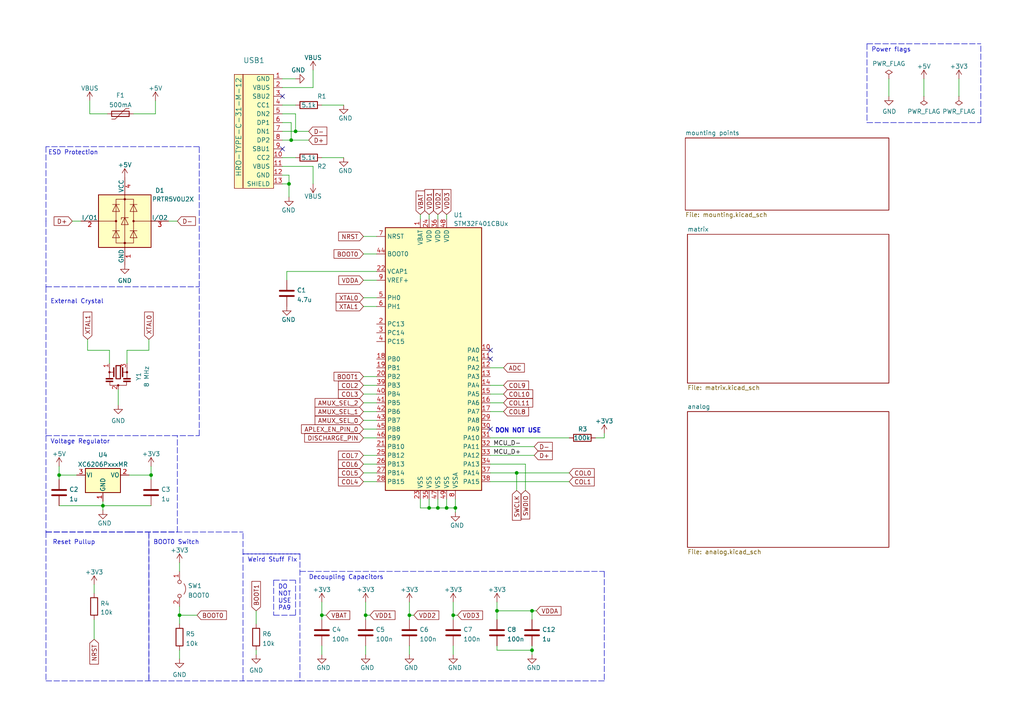
<source format=kicad_sch>
(kicad_sch (version 20211123) (generator eeschema)
  (paper "A4")
  (title_block (title "Copre") (date "2022-10-09") (rev "1") (company "Cipulot PCB Design ") (comment 1 "WTFPL") (comment 2 "Cipulot"))
  (lib_symbols
    (symbol "Device:C" (pin_numbers hide) (pin_names (offset 0.254))
      (property "Reference" "C" (at 0.635 2.54 0))
      (property "Value" "C" (at 0.635 -2.54 0))
      (symbol "C_0_1"
        (polyline (pts (xy -2.032 -0.762) (xy 2.032 -0.762)) (stroke (width 0.508)))
        (polyline (pts (xy -2.032 0.762) (xy 2.032 0.762)) (stroke (width 0.508)))
      )
      (symbol "C_1_1"
        (pin passive line (at 0 3.81 270) (length 2.794) (name "~") (number "1"))
        (pin passive line (at 0 -3.81 90) (length 2.794) (name "~") (number "2"))
      )
    )
    (symbol "Device:Polyfuse" (pin_numbers hide) (pin_names (offset 0))
      (property "Reference" "F" (at -2.54 0 90))
      (property "Value" "Polyfuse" (at 2.54 0 90))
      (symbol "Polyfuse_0_1"
        (rectangle (start -0.762 2.54) (end 0.762 -2.54) (stroke (width 0.254)))
        (polyline (pts (xy 0 2.54) (xy 0 -2.54)))
        (polyline (pts (xy -1.524 2.54) (xy -1.524 1.524) (xy 1.524 -1.524) (xy 1.524 -2.54)))
      )
      (symbol "Polyfuse_1_1"
        (pin passive line (at 0 3.81 270) (length 1.27) (name "~") (number "1"))
        (pin passive line (at 0 -3.81 90) (length 1.27) (name "~") (number "2"))
      )
    )
    (symbol "Device:R" (pin_numbers hide) (pin_names (offset 0))
      (property "Reference" "R" (at 2.032 0 90))
      (property "Value" "R" (at 0 0 90))
      (symbol "R_0_1"
        (rectangle (start -1.016 -2.54) (end 1.016 2.54) (stroke (width 0.254)))
      )
      (symbol "R_1_1"
        (pin passive line (at 0 3.81 270) (length 1.27) (name "~") (number "1"))
        (pin passive line (at 0 -3.81 90) (length 1.27) (name "~") (number "2"))
      )
    )
    (symbol "Device:Resonator_Small" (pin_names (offset 1.016) hide)
      (property "Reference" "Y" (at 3.175 1.905 0))
      (property "Value" "Resonator_Small" (at 3.175 0 0))
      (symbol "Resonator_Small_0_1"
        (rectangle (start -3.556 -2.54) (end -1.524 -2.794) (fill (type outline)))
        (rectangle (start -3.556 -1.778) (end -1.524 -2.032) (fill (type outline)))
        (circle (center -2.54 0) (radius 0.254) (fill (type outline)))
        (rectangle (start -0.635 1.905) (end 0.635 -1.905) (stroke (width 0.3048)))
        (circle (center 0 -3.81) (radius 0.254) (fill (type outline)))
        (polyline (pts (xy -2.54 -1.778) (xy -2.54 0)))
        (polyline (pts (xy -2.54 0) (xy -1.397 0)))
        (polyline (pts (xy -2.54 1.27) (xy -2.54 0)))
        (polyline (pts (xy -1.27 -1.27) (xy -1.27 1.27)) (stroke (width 0.381)))
        (polyline (pts (xy 1.27 -1.27) (xy 1.27 1.27)) (stroke (width 0.381)))
        (polyline (pts (xy 1.27 0) (xy 2.54 0)))
        (polyline (pts (xy 2.54 0) (xy 2.54 -1.778)))
        (polyline (pts (xy 2.54 1.27) (xy 2.54 0)))
        (polyline (pts (xy 2.413 -2.794) (xy 2.413 -3.81) (xy -2.413 -3.81) (xy -2.413 -2.667)))
        (rectangle (start 1.524 -2.54) (end 3.556 -2.794) (fill (type outline)))
        (rectangle (start 1.524 -1.778) (end 3.556 -2.032) (fill (type outline)))
        (circle (center 2.54 0) (radius 0.254) (fill (type outline)))
      )
      (symbol "Resonator_Small_1_1"
        (pin passive line (at -2.54 2.54 270) (length 1.27) (name "1") (number "1"))
        (pin passive line (at 0 -5.08 90) (length 1.27) (name "2") (number "2"))
        (pin passive line (at 2.54 2.54 270) (length 1.27) (name "3") (number "3"))
      )
    )
    (symbol "Jumper:Jumper_2_Open" (pin_names (offset 0) hide)
      (property "Reference" "JP" (at 0 2.794 0))
      (property "Value" "Jumper_2_Open" (at 0 -2.286 0))
      (symbol "Jumper_2_Open_0_0"
        (circle (center -2.032 0) (radius 0.508))
        (circle (center 2.032 0) (radius 0.508))
      )
      (symbol "Jumper_2_Open_0_1"
        (arc (start 1.524 1.27) (mid 0 1.778) (end -1.524 1.27))
      )
      (symbol "Jumper_2_Open_1_1"
        (pin passive line (at -5.08 0 0) (length 2.54) (name "A") (number "1"))
        (pin passive line (at 5.08 0 180) (length 2.54) (name "B") (number "2"))
      )
    )
    (symbol "MCU_ST_STM32F4:STM32F401CBUx"
      (property "Reference" "U" (at -15.24 39.37 0))
      (property "Value" "STM32F401CBUx" (at 5.08 39.37 0))
      (symbol "STM32F401CBUx_0_1"
        (rectangle (start -15.24 -38.1) (end 12.7 38.1) (stroke (width 0.254)) (fill (type background)))
      )
      (symbol "STM32F401CBUx_1_1"
        (pin power_in line (at -5.08 40.64 270) (length 2.54) (name "VBAT") (number "1"))
        (pin bidirectional line (at 15.24 2.54 180) (length 2.54) (name "PA0") (number "10"))
        (pin bidirectional line (at 15.24 0 180) (length 2.54) (name "PA1") (number "11"))
        (pin bidirectional line (at 15.24 -2.54 180) (length 2.54) (name "PA2") (number "12"))
        (pin bidirectional line (at 15.24 -5.08 180) (length 2.54) (name "PA3") (number "13"))
        (pin bidirectional line (at 15.24 -7.62 180) (length 2.54) (name "PA4") (number "14"))
        (pin bidirectional line (at 15.24 -10.16 180) (length 2.54) (name "PA5") (number "15"))
        (pin bidirectional line (at 15.24 -12.7 180) (length 2.54) (name "PA6") (number "16"))
        (pin bidirectional line (at 15.24 -15.24 180) (length 2.54) (name "PA7") (number "17"))
        (pin bidirectional line (at -17.78 0 0) (length 2.54) (name "PB0") (number "18"))
        (pin bidirectional line (at -17.78 -2.54 0) (length 2.54) (name "PB1") (number "19"))
        (pin bidirectional line (at -17.78 10.16 0) (length 2.54) (name "PC13") (number "2"))
        (pin bidirectional line (at -17.78 -5.08 0) (length 2.54) (name "PB2") (number "20"))
        (pin bidirectional line (at -17.78 -25.4 0) (length 2.54) (name "PB10") (number "21"))
        (pin power_in line (at -17.78 25.4 0) (length 2.54) (name "VCAP1") (number "22"))
        (pin power_in line (at -5.08 -40.64 90) (length 2.54) (name "VSS") (number "23"))
        (pin power_in line (at -2.54 40.64 270) (length 2.54) (name "VDD") (number "24"))
        (pin bidirectional line (at -17.78 -27.94 0) (length 2.54) (name "PB12") (number "25"))
        (pin bidirectional line (at -17.78 -30.48 0) (length 2.54) (name "PB13") (number "26"))
        (pin bidirectional line (at -17.78 -33.02 0) (length 2.54) (name "PB14") (number "27"))
        (pin bidirectional line (at -17.78 -35.56 0) (length 2.54) (name "PB15") (number "28"))
        (pin bidirectional line (at 15.24 -17.78 180) (length 2.54) (name "PA8") (number "29"))
        (pin bidirectional line (at -17.78 7.62 0) (length 2.54) (name "PC14") (number "3"))
        (pin bidirectional line (at 15.24 -20.32 180) (length 2.54) (name "PA9") (number "30"))
        (pin bidirectional line (at 15.24 -22.86 180) (length 2.54) (name "PA10") (number "31"))
        (pin bidirectional line (at 15.24 -25.4 180) (length 2.54) (name "PA11") (number "32"))
        (pin bidirectional line (at 15.24 -27.94 180) (length 2.54) (name "PA12") (number "33"))
        (pin bidirectional line (at 15.24 -30.48 180) (length 2.54) (name "PA13") (number "34"))
        (pin power_in line (at -2.54 -40.64 90) (length 2.54) (name "VSS") (number "35"))
        (pin power_in line (at 0 40.64 270) (length 2.54) (name "VDD") (number "36"))
        (pin bidirectional line (at 15.24 -33.02 180) (length 2.54) (name "PA14") (number "37"))
        (pin bidirectional line (at 15.24 -35.56 180) (length 2.54) (name "PA15") (number "38"))
        (pin bidirectional line (at -17.78 -7.62 0) (length 2.54) (name "PB3") (number "39"))
        (pin bidirectional line (at -17.78 5.08 0) (length 2.54) (name "PC15") (number "4"))
        (pin bidirectional line (at -17.78 -10.16 0) (length 2.54) (name "PB4") (number "40"))
        (pin bidirectional line (at -17.78 -12.7 0) (length 2.54) (name "PB5") (number "41"))
        (pin bidirectional line (at -17.78 -15.24 0) (length 2.54) (name "PB6") (number "42"))
        (pin bidirectional line (at -17.78 -17.78 0) (length 2.54) (name "PB7") (number "43"))
        (pin input line (at -17.78 30.48 0) (length 2.54) (name "BOOT0") (number "44"))
        (pin bidirectional line (at -17.78 -20.32 0) (length 2.54) (name "PB8") (number "45"))
        (pin bidirectional line (at -17.78 -22.86 0) (length 2.54) (name "PB9") (number "46"))
        (pin power_in line (at 0 -40.64 90) (length 2.54) (name "VSS") (number "47"))
        (pin power_in line (at 2.54 40.64 270) (length 2.54) (name "VDD") (number "48"))
        (pin power_in line (at 2.54 -40.64 90) (length 2.54) (name "VSS") (number "49"))
        (pin input line (at -17.78 17.78 0) (length 2.54) (name "PH0") (number "5"))
        (pin input line (at -17.78 15.24 0) (length 2.54) (name "PH1") (number "6"))
        (pin input line (at -17.78 35.56 0) (length 2.54) (name "NRST") (number "7"))
        (pin power_in line (at 5.08 -40.64 90) (length 2.54) (name "VSSA") (number "8"))
        (pin power_in line (at -17.78 22.86 0) (length 2.54) (name "VREF+") (number "9"))
      )
    )
    (symbol "Power_Protection:PRTR5V0U2X" (pin_names (offset 0))
      (property "Reference" "D" (at 2.794 8.636 0))
      (property "Value" "PRTR5V0U2X" (at 8.128 -9.398 0))
      (symbol "PRTR5V0U2X_0_1"
        (rectangle (start -7.62 -7.62) (end 7.62 7.62) (stroke (width 0.254)) (fill (type background)))
        (circle (center -2.54 0) (radius 0.254) (fill (type outline)))
        (rectangle (start -2.54 6.35) (end 2.54 -6.35))
        (circle (center 0 -6.35) (radius 0.254) (fill (type outline)))
        (polyline (pts (xy -2.54 0) (xy -7.62 0)))
        (polyline (pts (xy -1.524 -2.794) (xy -3.556 -2.794)))
        (polyline (pts (xy -1.524 4.826) (xy -3.556 4.826)))
        (polyline (pts (xy 0 -7.62) (xy 0 7.62)))
        (polyline (pts (xy 1.524 -2.794) (xy 3.556 -2.794)))
        (polyline (pts (xy 1.524 4.826) (xy 3.556 4.826)))
        (polyline (pts (xy 2.54 0) (xy 7.62 0)))
        (polyline (pts (xy 1.016 1.016) (xy -1.016 1.016) (xy -1.016 0.508)))
        (polyline (pts (xy -3.556 -4.826) (xy -1.524 -4.826) (xy -2.54 -2.794) (xy -3.556 -4.826)))
        (polyline (pts (xy -3.556 2.794) (xy -1.524 2.794) (xy -2.54 4.826) (xy -3.556 2.794)))
        (polyline (pts (xy -1.016 -1.016) (xy 1.016 -1.016) (xy 0 1.016) (xy -1.016 -1.016)))
        (polyline (pts (xy 3.556 -4.826) (xy 1.524 -4.826) (xy 2.54 -2.794) (xy 3.556 -4.826)))
        (polyline (pts (xy 3.556 2.794) (xy 1.524 2.794) (xy 2.54 4.826) (xy 3.556 2.794)))
        (circle (center 0 6.35) (radius 0.254) (fill (type outline)))
        (circle (center 2.54 0) (radius 0.254) (fill (type outline)))
      )
      (symbol "PRTR5V0U2X_1_1"
        (pin passive line (at 0 -12.7 90) (length 5.08) (name "GND") (number "1"))
        (pin passive line (at -12.7 0 0) (length 5.08) (name "I/O1") (number "2"))
        (pin passive line (at 12.7 0 180) (length 5.08) (name "I/O2") (number "3"))
        (pin passive line (at 0 12.7 270) (length 5.08) (name "VCC") (number "4"))
      )
    )
    (symbol "Regulator_Linear:XC6206PxxxMR" (pin_names (offset 0.254))
      (property "Reference" "U" (at -3.81 3.175 0))
      (property "Value" "XC6206PxxxMR" (at 0 3.175 0))
      (symbol "XC6206PxxxMR_0_1"
        (rectangle (start -5.08 1.905) (end 5.08 -5.08) (stroke (width 0.254)) (fill (type background)))
      )
      (symbol "XC6206PxxxMR_1_1"
        (pin power_in line (at 0 -7.62 90) (length 2.54) (name "GND") (number "1"))
        (pin power_out line (at 7.62 0 180) (length 2.54) (name "VO") (number "2"))
        (pin power_in line (at -7.62 0 0) (length 2.54) (name "VI") (number "3"))
      )
    )
    (symbol "cipulot_parts:HRO-TYPE-C-31-M-12" (pin_names (offset 1.016))
      (property "Reference" "USB" (at -5.08 16.51 0))
      (property "Value" "HRO-TYPE-C-31-M-12" (at -10.16 -1.27 90))
      (symbol "HRO-TYPE-C-31-M-12_0_1"
        (rectangle (start -11.43 15.24) (end -8.89 -17.78) (fill (type background)))
        (rectangle (start 0 -17.78) (end -8.89 15.24) (fill (type background)))
      )
      (symbol "HRO-TYPE-C-31-M-12_1_1"
        (pin input line (at 2.54 13.97 180) (length 2.54) (name "GND") (number "1"))
        (pin input line (at 2.54 -8.89 180) (length 2.54) (name "CC2") (number "10"))
        (pin input line (at 2.54 -11.43 180) (length 2.54) (name "VBUS") (number "11"))
        (pin input line (at 2.54 -13.97 180) (length 2.54) (name "GND") (number "12"))
        (pin input line (at 2.54 -16.51 180) (length 2.54) (name "SHIELD") (number "13"))
        (pin input line (at 2.54 11.43 180) (length 2.54) (name "VBUS") (number "2"))
        (pin input line (at 2.54 8.89 180) (length 2.54) (name "SBU2") (number "3"))
        (pin input line (at 2.54 6.35 180) (length 2.54) (name "CC1") (number "4"))
        (pin input line (at 2.54 3.81 180) (length 2.54) (name "DN2") (number "5"))
        (pin input line (at 2.54 1.27 180) (length 2.54) (name "DP1") (number "6"))
        (pin input line (at 2.54 -1.27 180) (length 2.54) (name "DN1") (number "7"))
        (pin input line (at 2.54 -3.81 180) (length 2.54) (name "DP2") (number "8"))
        (pin input line (at 2.54 -6.35 180) (length 2.54) (name "SBU1") (number "9"))
      )
    )
    (symbol "power:+3.3V" (power) (pin_names (offset 0))
      (property "Value" "+3.3V" (at 0 3.556 0))
      (symbol "+3.3V_0_1"
        (polyline (pts (xy -0.762 1.27) (xy 0 2.54)))
        (polyline (pts (xy 0 0) (xy 0 2.54)))
        (polyline (pts (xy 0 2.54) (xy 0.762 1.27)))
      )
      (symbol "+3.3V_1_1"
        (pin power_in line (at 0 0 90) (length 0) hide (name "+3V3") (number "1"))
      )
    )
    (symbol "power:+5V" (power) (pin_names (offset 0))
      (property "Value" "+5V" (at 0 3.556 0))
      (symbol "+5V_0_1"
        (polyline (pts (xy -0.762 1.27) (xy 0 2.54)))
        (polyline (pts (xy 0 0) (xy 0 2.54)))
        (polyline (pts (xy 0 2.54) (xy 0.762 1.27)))
      )
      (symbol "+5V_1_1"
        (pin power_in line (at 0 0 90) (length 0) hide (name "+5V") (number "1"))
      )
    )
    (symbol "power:GND" (power) (pin_names (offset 0))
      (property "Value" "GND" (at 0 -3.81 0))
      (symbol "GND_0_1"
        (polyline (pts (xy 0 0) (xy 0 -1.27) (xy 1.27 -1.27) (xy 0 -2.54) (xy -1.27 -1.27) (xy 0 -1.27)))
      )
      (symbol "GND_1_1"
        (pin power_in line (at 0 0 270) (length 0) hide (name "GND") (number "1"))
      )
    )
    (symbol "power:PWR_FLAG" (power) (pin_numbers hide) (pin_names (offset 0) hide)
      (property "Value" "PWR_FLAG" (at 0 3.81 0))
      (symbol "PWR_FLAG_0_0"
        (pin power_out line (at 0 0 90) (length 0) (name "pwr") (number "1"))
      )
      (symbol "PWR_FLAG_0_1"
        (polyline (pts (xy 0 0) (xy 0 1.27) (xy -1.016 1.905) (xy 0 2.54) (xy 1.016 1.905) (xy 0 1.27)))
      )
    )
    (symbol "power:VBUS" (power) (pin_names (offset 0))
      (property "Value" "VBUS" (at 0 3.81 0))
      (symbol "VBUS_0_1"
        (polyline (pts (xy -0.762 1.27) (xy 0 2.54)))
        (polyline (pts (xy 0 0) (xy 0 2.54)))
        (polyline (pts (xy 0 2.54) (xy 0.762 1.27)))
      )
      (symbol "VBUS_1_1"
        (pin power_in line (at 0 0 90) (length 0) hide (name "VBUS") (number "1"))
      )
    )
  )
  (junction (at 144.145 177.165))
  (junction (at 129.54 147.32))
  (junction (at 132.08 147.32))
  (junction (at 106.045 178.435))
  (junction (at 85.725 38.1))
  (junction (at 154.305 188.595))
  (junction (at 43.815 137.795))
  (junction (at 29.845 146.685))
  (junction (at 83.82 53.34))
  (junction (at 84.455 40.64))
  (junction (at 127 147.32))
  (junction (at 149.86 137.16))
  (junction (at 17.145 137.795))
  (junction (at 154.305 177.165))
  (junction (at 93.345 178.435))
  (junction (at 124.46 147.32))
  (junction (at 52.07 178.435))
  (junction (at 118.745 178.435))
  (junction (at 131.445 178.435))
  (no_connect (at 142.24 124.46))
  (no_connect (at 81.915 43.18))
  (no_connect (at 81.915 27.94))
  (no_connect (at 142.24 101.6))
  (no_connect (at 142.24 104.14))
  (wire (pts (xy 165.1 139.7) (xy 142.24 139.7)))
  (wire (pts (xy 81.915 35.56) (xy 84.455 35.56)))
  (wire (pts (xy 132.08 148.59) (xy 132.08 147.32)))
  (polyline (pts (xy 13.335 83.185) (xy 13.335 126.365)))
  (polyline (pts (xy 79.375 168.275) (xy 85.725 168.275)))
  (wire (pts (xy 74.295 188.595) (xy 74.295 189.865)))
  (polyline (pts (xy 43.18 154.305) (xy 43.18 197.485)))
  (polyline (pts (xy 57.785 42.545) (xy 13.335 42.545)))
  (wire (pts (xy 29.845 145.415) (xy 29.845 146.685)))
  (wire (pts (xy 142.24 106.68) (xy 146.05 106.68)))
  (wire (pts (xy 152.4 142.24) (xy 152.4 134.62)))
  (wire (pts (xy 105.41 124.46) (xy 109.22 124.46)))
  (wire (pts (xy 118.745 179.705) (xy 118.745 178.435)))
  (wire (pts (xy 124.46 147.32) (xy 127 147.32)))
  (wire (pts (xy 74.295 177.165) (xy 74.295 180.975)))
  (polyline (pts (xy 175.26 165.735) (xy 175.26 197.485)))
  (polyline (pts (xy 86.995 160.655) (xy 86.995 197.485)))
  (wire (pts (xy 154.305 177.165) (xy 154.305 179.705)))
  (polyline (pts (xy 13.335 154.305) (xy 13.335 197.485)))
  (wire (pts (xy 85.725 33.02) (xy 85.725 38.1)))
  (wire (pts (xy 17.145 135.255) (xy 17.145 137.795)))
  (wire (pts (xy 154.305 188.595) (xy 154.305 189.865)))
  (polyline (pts (xy 57.785 83.185) (xy 57.785 42.545)))
  (wire (pts (xy 144.145 188.595) (xy 154.305 188.595)))
  (wire (pts (xy 81.915 45.72) (xy 85.725 45.72)))
  (wire (pts (xy 105.41 132.08) (xy 109.22 132.08)))
  (wire (pts (xy 27.305 169.545) (xy 27.305 172.085)))
  (wire (pts (xy 154.305 177.165) (xy 155.575 177.165)))
  (wire (pts (xy 105.41 139.7) (xy 109.22 139.7)))
  (wire (pts (xy 81.915 22.86) (xy 85.725 22.86)))
  (wire (pts (xy 142.24 129.54) (xy 154.94 129.54)))
  (polyline (pts (xy 251.46 35.56) (xy 284.48 35.56)))
  (wire (pts (xy 118.745 178.435) (xy 120.015 178.435)))
  (wire (pts (xy 129.54 63.5) (xy 129.54 62.23)))
  (wire (pts (xy 278.13 22.86) (xy 278.13 27.94)))
  (wire (pts (xy 142.24 111.76) (xy 146.05 111.76)))
  (wire (pts (xy 142.24 134.62) (xy 152.4 134.62)))
  (wire (pts (xy 105.41 111.76) (xy 109.22 111.76)))
  (wire (pts (xy 81.915 38.1) (xy 85.725 38.1)))
  (wire (pts (xy 43.18 98.425) (xy 43.18 101.6)))
  (wire (pts (xy 105.41 86.36) (xy 109.22 86.36)))
  (wire (pts (xy 81.915 25.4) (xy 90.805 25.4)))
  (wire (pts (xy 105.41 137.16) (xy 109.22 137.16)))
  (wire (pts (xy 106.045 179.705) (xy 106.045 178.435)))
  (polyline (pts (xy 85.725 178.435) (xy 85.725 168.275)))
  (polyline (pts (xy 79.375 168.275) (xy 79.375 178.435)))
  (wire (pts (xy 38.735 33.02) (xy 45.085 33.02)))
  (wire (pts (xy 149.86 137.16) (xy 149.86 142.24)))
  (wire (pts (xy 17.145 146.685) (xy 29.845 146.685)))
  (wire (pts (xy 90.805 25.4) (xy 90.805 20.32)))
  (wire (pts (xy 121.92 63.5) (xy 121.92 62.23)))
  (wire (pts (xy 149.86 137.16) (xy 165.1 137.16)))
  (wire (pts (xy 26.035 29.21) (xy 26.035 33.02)))
  (wire (pts (xy 106.045 187.325) (xy 106.045 189.865)))
  (wire (pts (xy 93.345 178.435) (xy 93.345 179.705)))
  (wire (pts (xy 34.29 113.03) (xy 34.29 117.475)))
  (polyline (pts (xy 86.995 165.735) (xy 175.26 165.735)))
  (wire (pts (xy 124.46 63.5) (xy 124.46 62.23)))
  (wire (pts (xy 142.24 132.08) (xy 154.94 132.08)))
  (wire (pts (xy 85.725 38.1) (xy 89.535 38.1)))
  (polyline (pts (xy 70.485 197.485) (xy 70.485 154.305)))
  (wire (pts (xy 25.4 98.425) (xy 25.4 101.6)))
  (wire (pts (xy 36.83 105.41) (xy 36.83 101.6)))
  (wire (pts (xy 93.345 187.325) (xy 93.345 189.865)))
  (wire (pts (xy 52.07 178.435) (xy 52.07 180.975)))
  (wire (pts (xy 144.145 174.625) (xy 144.145 177.165)))
  (wire (pts (xy 20.955 64.135) (xy 23.495 64.135)))
  (wire (pts (xy 106.045 174.625) (xy 106.045 178.435)))
  (wire (pts (xy 267.97 22.86) (xy 267.97 27.94)))
  (polyline (pts (xy 79.375 178.435) (xy 85.725 178.435)))
  (polyline (pts (xy 13.335 154.305) (xy 37.465 154.305)))
  (wire (pts (xy 105.41 127) (xy 109.22 127)))
  (polyline (pts (xy 13.335 42.545) (xy 13.335 64.135)))
  (wire (pts (xy 127 144.78) (xy 127 147.32)))
  (wire (pts (xy 146.05 116.84) (xy 142.24 116.84)))
  (wire (pts (xy 83.185 78.74) (xy 83.185 81.28)))
  (wire (pts (xy 36.83 101.6) (xy 43.18 101.6)))
  (wire (pts (xy 124.46 144.78) (xy 124.46 147.32)))
  (wire (pts (xy 17.145 137.795) (xy 22.225 137.795)))
  (polyline (pts (xy 43.18 197.485) (xy 43.18 154.305)))
  (wire (pts (xy 129.54 147.32) (xy 132.08 147.32)))
  (wire (pts (xy 37.465 137.795) (xy 43.815 137.795)))
  (polyline (pts (xy 86.995 197.485) (xy 70.485 197.485)))
  (wire (pts (xy 175.26 127) (xy 175.26 125.73)))
  (wire (pts (xy 52.07 175.895) (xy 52.07 178.435)))
  (wire (pts (xy 131.445 178.435) (xy 131.445 179.705)))
  (wire (pts (xy 257.81 22.86) (xy 257.81 27.94)))
  (wire (pts (xy 29.845 146.685) (xy 29.845 147.955)))
  (wire (pts (xy 90.805 48.26) (xy 90.805 53.34)))
  (wire (pts (xy 81.915 33.02) (xy 85.725 33.02)))
  (polyline (pts (xy 51.435 154.305) (xy 51.435 126.365)))
  (wire (pts (xy 43.815 135.255) (xy 43.815 137.795)))
  (wire (pts (xy 144.145 177.165) (xy 154.305 177.165)))
  (wire (pts (xy 83.82 53.34) (xy 81.915 53.34)))
  (wire (pts (xy 105.41 114.3) (xy 109.22 114.3)))
  (wire (pts (xy 45.085 33.02) (xy 45.085 29.21)))
  (wire (pts (xy 43.815 137.795) (xy 43.815 139.065)))
  (wire (pts (xy 105.41 119.38) (xy 109.22 119.38)))
  (wire (pts (xy 172.72 127) (xy 175.26 127)))
  (wire (pts (xy 31.75 101.6) (xy 31.75 105.41)))
  (wire (pts (xy 27.305 179.705) (xy 27.305 185.42)))
  (wire (pts (xy 118.745 187.325) (xy 118.745 189.865)))
  (wire (pts (xy 81.915 40.64) (xy 84.455 40.64)))
  (wire (pts (xy 52.07 163.195) (xy 52.07 165.735)))
  (polyline (pts (xy 251.46 12.7) (xy 251.46 35.56)))
  (wire (pts (xy 17.145 137.795) (xy 17.145 139.065)))
  (polyline (pts (xy 13.335 126.365) (xy 13.335 154.305)))
  (wire (pts (xy 146.05 114.3) (xy 142.24 114.3)))
  (wire (pts (xy 142.24 127) (xy 165.1 127)))
  (wire (pts (xy 127 147.32) (xy 129.54 147.32)))
  (polyline (pts (xy 13.335 154.305) (xy 37.465 154.305)))
  (wire (pts (xy 105.41 121.92) (xy 109.22 121.92)))
  (wire (pts (xy 83.82 50.8) (xy 83.82 53.34)))
  (wire (pts (xy 105.41 134.62) (xy 109.22 134.62)))
  (wire (pts (xy 94.615 178.435) (xy 93.345 178.435)))
  (polyline (pts (xy 70.485 160.655) (xy 86.995 160.655)))
  (wire (pts (xy 109.22 78.74) (xy 83.185 78.74)))
  (wire (pts (xy 144.145 187.325) (xy 144.145 188.595)))
  (wire (pts (xy 121.92 144.78) (xy 121.92 147.32)))
  (wire (pts (xy 84.455 40.64) (xy 89.535 40.64)))
  (wire (pts (xy 105.41 68.58) (xy 109.22 68.58)))
  (wire (pts (xy 121.92 147.32) (xy 124.46 147.32)))
  (wire (pts (xy 81.915 50.8) (xy 83.82 50.8)))
  (polyline (pts (xy 37.465 197.485) (xy 70.485 197.485)))
  (wire (pts (xy 105.41 73.66) (xy 109.22 73.66)))
  (polyline (pts (xy 175.26 197.485) (xy 86.995 197.485)))
  (wire (pts (xy 106.045 178.435) (xy 107.315 178.435)))
  (wire (pts (xy 93.345 30.48) (xy 99.695 30.48)))
  (wire (pts (xy 129.54 144.78) (xy 129.54 147.32)))
  (wire (pts (xy 25.4 101.6) (xy 31.75 101.6)))
  (wire (pts (xy 109.22 81.28) (xy 105.41 81.28)))
  (wire (pts (xy 52.07 188.595) (xy 52.07 191.135)))
  (wire (pts (xy 146.05 119.38) (xy 142.24 119.38)))
  (polyline (pts (xy 13.335 197.485) (xy 37.465 197.485)))
  (polyline (pts (xy 57.785 126.365) (xy 57.785 83.185)))
  (wire (pts (xy 131.445 178.435) (xy 132.715 178.435)))
  (wire (pts (xy 93.345 45.72) (xy 99.695 45.72)))
  (wire (pts (xy 81.915 30.48) (xy 85.725 30.48)))
  (wire (pts (xy 118.745 174.625) (xy 118.745 178.435)))
  (polyline (pts (xy 13.335 126.365) (xy 57.785 126.365)))
  (wire (pts (xy 131.445 174.625) (xy 131.445 178.435)))
  (wire (pts (xy 127 63.5) (xy 127 62.23)))
  (polyline (pts (xy 251.46 12.7) (xy 284.48 12.7)))
  (wire (pts (xy 105.41 88.9) (xy 109.22 88.9)))
  (polyline (pts (xy 13.335 83.185) (xy 57.785 83.185)))
  (polyline (pts (xy 37.465 154.305) (xy 51.435 154.305)))
  (wire (pts (xy 48.895 64.135) (xy 51.435 64.135)))
  (polyline (pts (xy 284.48 35.56) (xy 284.48 12.7)))
  (polyline (pts (xy 37.465 154.305) (xy 70.485 154.305)))
  (wire (pts (xy 83.82 53.34) (xy 83.82 57.15)))
  (wire (pts (xy 105.41 109.22) (xy 109.22 109.22)))
  (wire (pts (xy 144.145 179.705) (xy 144.145 177.165)))
  (wire (pts (xy 105.41 116.84) (xy 109.22 116.84)))
  (wire (pts (xy 131.445 187.325) (xy 131.445 189.865)))
  (polyline (pts (xy 86.995 160.655) (xy 70.485 160.655)))
  (wire (pts (xy 29.845 146.685) (xy 43.815 146.685)))
  (wire (pts (xy 26.035 33.02) (xy 31.115 33.02)))
  (wire (pts (xy 132.08 144.78) (xy 132.08 147.32)))
  (wire (pts (xy 142.24 137.16) (xy 149.86 137.16)))
  (wire (pts (xy 93.345 174.625) (xy 93.345 178.435)))
  (wire (pts (xy 52.07 178.435) (xy 57.15 178.435)))
  (polyline (pts (xy 13.335 64.135) (xy 13.335 83.185)))
  (wire (pts (xy 84.455 35.56) (xy 84.455 40.64)))
  (wire (pts (xy 154.305 187.325) (xy 154.305 188.595)))
  (wire (pts (xy 81.915 48.26) (xy 90.805 48.26)))
  (text "DO\nNOT\nUSE\nPA9\n" (at 80.645 177.165 0) (effects (font (size 1.27 1.27)) (justify left bottom)))
  (text "Voltage Regulator" (at 14.605 128.905 0) (effects (font (size 1.27 1.27)) (justify left bottom)))
  (text "DON NOT USE" (at 143.51 125.73 0) (effects (font (size 1.27 1.27) (thickness 0.254) bold) (justify left bottom)))
  (text "BOOT0 Switch" (at 44.45 158.115 0) (effects (font (size 1.27 1.27)) (justify left bottom)))
  (text "External Crystal\n" (at 14.605 88.265 0) (effects (font (size 1.27 1.27)) (justify left bottom)))
  (text "Weird Stuff FIx" (at 71.755 163.195 0) (effects (font (size 1.27 1.27)) (justify left bottom)))
  (text "Decoupling Capacitors" (at 89.535 168.275 0) (effects (font (size 1.27 1.27)) (justify left bottom)))
  (text "Power flags\n" (at 252.73 15.24 0) (effects (font (size 1.27 1.27)) (justify left bottom)))
  (text "ESD Protection\n" (at 13.97 45.085 0) (effects (font (size 1.27 1.27)) (justify left bottom)))
  (text "Reset Pullup" (at 15.24 158.115 0) (effects (font (size 1.27 1.27)) (justify left bottom)))
  (label "MCU_D+" (at 151.13 132.08 180))
  (label "MCU_D-" (at 151.13 129.54 180))
  (global_label "COL5" (shape input) (at 105.41 137.16 180) (property "Intersheet References" "${INTERSHEET_REFS}" (effects hide)))
  (global_label "VDD3" (shape input) (at 132.715 178.435 0) (property "Intersheet References" "${INTERSHEET_REFS}" (effects hide)))
  (global_label "SWCLK" (shape input) (at 149.86 142.24 270) (property "Intersheet References" "${INTERSHEET_REFS}" (effects hide)))
  (global_label "D-" (shape input) (at 89.535 38.1 0) (property "Intersheet References" "${INTERSHEET_REFS}" (effects hide)))
  (global_label "VBAT" (shape input) (at 94.615 178.435 0) (property "Intersheet References" "${INTERSHEET_REFS}" (effects hide)))
  (global_label "COL1" (shape input) (at 165.1 139.7 0) (property "Intersheet References" "${INTERSHEET_REFS}" (effects hide)))
  (global_label "AMUX_SEL_0" (shape input) (at 105.41 121.92 180) (property "Intersheet References" "${INTERSHEET_REFS}" (effects hide)))
  (global_label "BOOT0" (shape input) (at 57.15 178.435 0) (property "Intersheet References" "${INTERSHEET_REFS}" (effects hide)))
  (global_label "DISCHARGE_PIN" (shape input) (at 105.41 127 180) (property "Intersheet References" "${INTERSHEET_REFS}" (effects hide)))
  (global_label "COL9" (shape input) (at 146.05 111.76 0) (property "Intersheet References" "${INTERSHEET_REFS}" (effects hide)))
  (global_label "D+" (shape input) (at 20.955 64.135 180) (property "Intersheet References" "${INTERSHEET_REFS}" (effects hide)))
  (global_label "COL8" (shape input) (at 146.05 119.38 0) (property "Intersheet References" "${INTERSHEET_REFS}" (effects hide)))
  (global_label "VDD2" (shape input) (at 120.015 178.435 0) (property "Intersheet References" "${INTERSHEET_REFS}" (effects hide)))
  (global_label "COL10" (shape input) (at 146.05 114.3 0) (property "Intersheet References" "${INTERSHEET_REFS}" (effects hide)))
  (global_label "XTAL1" (shape input) (at 25.4 98.425 90) (property "Intersheet References" "${INTERSHEET_REFS}" (effects hide)))
  (global_label "VDD1" (shape input) (at 107.315 178.435 0) (property "Intersheet References" "${INTERSHEET_REFS}" (effects hide)))
  (global_label "SWDIO" (shape input) (at 152.4 142.24 270) (property "Intersheet References" "${INTERSHEET_REFS}" (effects hide)))
  (global_label "BOOT1" (shape input) (at 105.41 109.22 180) (property "Intersheet References" "${INTERSHEET_REFS}" (effects hide)))
  (global_label "D+" (shape input) (at 154.94 132.08 0) (property "Intersheet References" "${INTERSHEET_REFS}" (effects hide)))
  (global_label "NRST" (shape input) (at 105.41 68.58 180) (property "Intersheet References" "${INTERSHEET_REFS}" (effects hide)))
  (global_label "COL2" (shape input) (at 105.41 111.76 180) (property "Intersheet References" "${INTERSHEET_REFS}" (effects hide)))
  (global_label "COL6" (shape input) (at 105.41 134.62 180) (property "Intersheet References" "${INTERSHEET_REFS}" (effects hide)))
  (global_label "VDD1" (shape input) (at 124.46 62.23 90) (property "Intersheet References" "${INTERSHEET_REFS}" (effects hide)))
  (global_label "COL7" (shape input) (at 105.41 132.08 180) (property "Intersheet References" "${INTERSHEET_REFS}" (effects hide)))
  (global_label "XTAL1" (shape input) (at 105.41 88.9 180) (property "Intersheet References" "${INTERSHEET_REFS}" (effects hide)))
  (global_label "VDDA" (shape input) (at 155.575 177.165 0) (property "Intersheet References" "${INTERSHEET_REFS}" (effects hide)))
  (global_label "APLEX_EN_PIN_0" (shape input) (at 105.41 124.46 180) (property "Intersheet References" "${INTERSHEET_REFS}" (effects hide)))
  (global_label "VDD2" (shape input) (at 127 62.23 90) (property "Intersheet References" "${INTERSHEET_REFS}" (effects hide)))
  (global_label "XTAL0" (shape input) (at 43.18 98.425 90) (property "Intersheet References" "${INTERSHEET_REFS}" (effects hide)))
  (global_label "D+" (shape input) (at 89.535 40.64 0) (property "Intersheet References" "${INTERSHEET_REFS}" (effects hide)))
  (global_label "BOOT1" (shape input) (at 74.295 177.165 90) (property "Intersheet References" "${INTERSHEET_REFS}" (effects hide)))
  (global_label "VDDA" (shape input) (at 105.41 81.28 180) (property "Intersheet References" "${INTERSHEET_REFS}" (effects hide)))
  (global_label "NRST" (shape input) (at 27.305 185.42 270) (property "Intersheet References" "${INTERSHEET_REFS}" (effects hide)))
  (global_label "COL11" (shape input) (at 146.05 116.84 0) (property "Intersheet References" "${INTERSHEET_REFS}" (effects hide)))
  (global_label "D-" (shape input) (at 154.94 129.54 0) (property "Intersheet References" "${INTERSHEET_REFS}" (effects hide)))
  (global_label "COL0" (shape input) (at 165.1 137.16 0) (property "Intersheet References" "${INTERSHEET_REFS}" (effects hide)))
  (global_label "ADC" (shape input) (at 146.05 106.68 0) (property "Intersheet References" "${INTERSHEET_REFS}" (effects hide)))
  (global_label "VDD3" (shape input) (at 129.54 62.23 90) (property "Intersheet References" "${INTERSHEET_REFS}" (effects hide)))
  (global_label "XTAL0" (shape input) (at 105.41 86.36 180) (property "Intersheet References" "${INTERSHEET_REFS}" (effects hide)))
  (global_label "VBAT" (shape input) (at 121.92 62.23 90) (property "Intersheet References" "${INTERSHEET_REFS}" (effects hide)))
  (global_label "COL4" (shape input) (at 105.41 139.7 180) (property "Intersheet References" "${INTERSHEET_REFS}" (effects hide)))
  (global_label "AMUX_SEL_2" (shape input) (at 105.41 116.84 180) (property "Intersheet References" "${INTERSHEET_REFS}" (effects hide)))
  (global_label "BOOT0" (shape input) (at 105.41 73.66 180) (property "Intersheet References" "${INTERSHEET_REFS}" (effects hide)))
  (global_label "AMUX_SEL_1" (shape input) (at 105.41 119.38 180) (property "Intersheet References" "${INTERSHEET_REFS}" (effects hide)))
  (global_label "COL3" (shape input) (at 105.41 114.3 180) (property "Intersheet References" "${INTERSHEET_REFS}" (effects hide)))
  (global_label "D-" (shape input) (at 51.435 64.135 0) (property "Intersheet References" "${INTERSHEET_REFS}" (effects hide)))
  (symbol (lib_id "power:PWR_FLAG") (at 257.81 22.86 0) (unit 1)
    (property "Reference" "#FLG01" (effects hide))
    (property "Value" "PWR_FLAG" (at 257.81 18.4658 0))
  )
  (symbol (lib_id "power:GND") (at 132.08 148.59 0) (unit 1)
    (property "Reference" "#PWR020" (effects hide))
    (property "Value" "GND" (at 134.62 152.4 0) (effects (justify right)))
  )
  (symbol (lib_id "Device:C") (at 17.145 142.875 0) (unit 1)
    (property "Reference" "C2" (at 20.066 141.9665 0) (effects (justify left)))
    (property "Value" "1u" (at 20.066 144.7416 0) (effects (justify left)))
    (property "Footprint" "Capacitor_SMD:C_0402_1005Metric" (effects hide))
    (property "LCSC" "C52923" (effects hide))
  )
  (symbol (lib_id "power:+3.3V") (at 118.745 174.625 0) (unit 1)
    (property "Reference" "#PWR025" (effects hide))
    (property "Value" "+3.3V" (at 118.745 171.0205 0))
  )
  (symbol (lib_id "power:GND") (at 99.695 45.72 0) (unit 1)
    (property "Reference" "#PWR09" (effects hide))
    (property "Value" "GND" (at 102.235 49.53 0) (effects (justify right)))
  )
  (symbol (lib_id "Device:R") (at 52.07 184.785 0) (unit 1)
    (property "Reference" "R5" (at 53.848 183.8765 0) (effects (justify left)))
    (property "Value" "10k" (at 53.848 186.6516 0) (effects (justify left)))
    (property "Footprint" "Resistor_SMD:R_0402_1005Metric" (effects hide))
    (property "LCSC" "C25744" (effects hide))
  )
  (symbol (lib_id "power:+3.3V") (at 131.445 174.625 0) (unit 1)
    (property "Reference" "#PWR026" (effects hide))
    (property "Value" "+3.3V" (at 131.445 171.0205 0))
  )
  (symbol (lib_id "Device:C") (at 144.145 183.515 0) (unit 1)
    (property "Reference" "C8" (at 147.066 182.6065 0) (effects (justify left)))
    (property "Value" "100n" (at 147.066 185.3816 0) (effects (justify left)))
    (property "Footprint" "Capacitor_SMD:C_0402_1005Metric" (effects hide))
    (property "LCSC" "C307331" (effects hide))
  )
  (symbol (lib_id "Device:R") (at 74.295 184.785 180) (unit 1)
    (property "Reference" "R6" (at 76.073 183.8765 0) (effects (justify right)))
    (property "Value" "10k" (at 76.073 186.6516 0) (effects (justify right)))
    (property "Footprint" "Resistor_SMD:R_0402_1005Metric" (effects hide))
    (property "LCSC" "C25744" (effects hide))
  )
  (symbol (lib_id "power:GND") (at 83.185 88.9 0) (unit 1)
    (property "Reference" "#PWR014" (effects hide))
    (property "Value" "GND" (at 85.725 92.71 0) (effects (justify right)))
  )
  (symbol (lib_id "MCU_ST_STM32F4:STM32F401CBUx") (at 127 104.14 0) (unit 1)
    (property "Reference" "U1" (at 131.5594 62.3402 0) (effects (justify left)))
    (property "Value" "STM32F401CBUx" (at 131.5594 64.8771 0) (effects (justify left)))
    (property "Footprint" "Package_DFN_QFN:QFN-48-1EP_7x7mm_P0.5mm_EP5.6x5.6mm" (effects hide))
    (property "Datasheet" "http://www.st.com/st-web-ui/static/active/en/resource/technical/document/datasheet/DM00086815.pdf" (effects hide))
    (property "LCSC" "C118825" (effects hide))
  )
  (symbol (lib_id "power:+5V") (at 267.97 22.86 0) (unit 1)
    (property "Reference" "#PWR03" (effects hide))
    (property "Value" "+5V" (at 267.97 19.2555 0))
  )
  (symbol (lib_id "power:+5V") (at 45.085 29.21 0) (unit 1)
    (property "Reference" "#PWR07" (effects hide))
    (property "Value" "+5V" (at 45.085 25.6055 0))
  )
  (symbol (lib_id "cipulot_parts:HRO-TYPE-C-31-M-12") (at 79.375 36.83 0) (unit 1)
    (property "Reference" "USB1" (at 73.66 17.5059 0) (effects (font (size 1.524 1.524))))
    (property "Value" "HRO-TYPE-C-31-M-12" (at 69.215 36.83 90) (effects (font (size 1.524 1.524))))
    (property "Footprint" "cipulot_parts:HRO-TYPE-C-31-M-12-Assembly" (effects hide))
  )
  (symbol (lib_id "Device:R") (at 89.535 30.48 270) (unit 1)
    (property "Reference" "R1" (at 93.345 27.94 90))
    (property "Value" "5.1k" (at 89.535 30.48 90))
    (property "Footprint" "Resistor_SMD:R_0402_1005Metric" (effects hide))
    (property "LCSC" "C25905" (effects hide))
  )
  (symbol (lib_id "Device:Polyfuse") (at 34.925 33.02 270) (unit 1)
    (property "Reference" "F1" (at 34.925 27.6565 90))
    (property "Value" "500mA" (at 34.925 30.4316 90))
    (property "Footprint" "Fuse:Fuse_0603_1608Metric" (effects hide))
    (property "LCSC" "C720073" (effects hide))
  )
  (symbol (lib_id "Power_Protection:PRTR5V0U2X") (at 36.195 64.135 0) (unit 1)
    (property "Reference" "D1" (at 46.355 55.245 0))
    (property "Value" "PRTR5V0U2X" (at 50.165 57.785 0))
    (property "Footprint" "Package_TO_SOT_SMD:SOT-143" (effects hide))
    (property "Datasheet" "https://assets.nexperia.com/documents/data-sheet/PRTR5V0U2X.pdf" (effects hide))
    (property "LCSC" "C2827688" (effects hide))
  )
  (symbol (lib_id "Device:C") (at 106.045 183.515 0) (unit 1)
    (property "Reference" "C5" (at 108.966 182.6065 0) (effects (justify left)))
    (property "Value" "100n" (at 108.966 185.3816 0) (effects (justify left)))
    (property "Footprint" "Capacitor_SMD:C_0402_1005Metric" (effects hide))
    (property "LCSC" "C307331" (effects hide))
  )
  (symbol (lib_id "power:GND") (at 99.695 30.48 0) (unit 1)
    (property "Reference" "#PWR08" (effects hide))
    (property "Value" "GND" (at 102.235 34.29 0) (effects (justify right)))
  )
  (symbol (lib_id "power:GND") (at 29.845 147.955 0) (unit 1)
    (property "Reference" "#PWR019" (effects hide))
    (property "Value" "GND" (at 32.385 151.765 0) (effects (justify right)))
  )
  (symbol (lib_id "power:GND") (at 85.725 22.86 90) (unit 1)
    (property "Reference" "#PWR02" (effects hide))
    (property "Value" "GND" (at 84.455 20.32 90) (effects (justify right)))
  )
  (symbol (lib_id "power:+3.3V") (at 52.07 163.195 0) (unit 1)
    (property "Reference" "#PWR021" (effects hide))
    (property "Value" "+3.3V" (at 52.07 159.5905 0))
  )
  (symbol (lib_id "power:GND") (at 36.195 76.835 0) (unit 1)
    (property "Reference" "#PWR013" (effects hide))
    (property "Value" "GND" (at 36.195 81.3975 0))
  )
  (symbol (lib_id "Device:C") (at 93.345 183.515 0) (unit 1)
    (property "Reference" "C4" (at 96.266 182.6065 0) (effects (justify left)))
    (property "Value" "100n" (at 96.266 185.3816 0) (effects (justify left)))
    (property "Footprint" "Capacitor_SMD:C_0402_1005Metric" (effects hide))
    (property "LCSC" "C307331" (effects hide))
  )
  (symbol (lib_id "power:+3.3V") (at 278.13 22.86 0) (unit 1)
    (property "Reference" "#PWR04" (effects hide))
    (property "Value" "+3.3V" (at 278.13 19.2555 0))
  )
  (symbol (lib_id "power:VBUS") (at 90.805 20.32 0) (unit 1)
    (property "Reference" "#PWR01" (effects hide))
    (property "Value" "VBUS" (at 90.805 16.7155 0))
  )
  (symbol (lib_id "power:GND") (at 257.81 27.94 0) (unit 1)
    (property "Reference" "#PWR05" (effects hide))
    (property "Value" "GND" (at 257.937 32.3342 0))
  )
  (symbol (lib_id "Device:C") (at 131.445 183.515 0) (unit 1)
    (property "Reference" "C7" (at 134.366 182.6065 0) (effects (justify left)))
    (property "Value" "100n" (at 134.366 185.3816 0) (effects (justify left)))
    (property "Footprint" "Capacitor_SMD:C_0402_1005Metric" (effects hide))
    (property "LCSC" "C307331" (effects hide))
  )
  (symbol (lib_id "Device:C") (at 83.185 85.09 0) (unit 1)
    (property "Reference" "C1" (at 86.106 84.1815 0) (effects (justify left)))
    (property "Value" "4.7u" (at 86.106 86.9566 0) (effects (justify left)))
    (property "Footprint" "Capacitor_SMD:C_0402_1005Metric" (effects hide))
    (property "LCSC" "C23733" (effects hide))
  )
  (symbol (lib_id "Device:R") (at 27.305 175.895 0) (unit 1)
    (property "Reference" "R4" (at 29.083 175.0603 0) (effects (justify left)))
    (property "Value" "10k" (at 29.083 177.5972 0) (effects (justify left)))
    (property "Footprint" "Resistor_SMD:R_0402_1005Metric" (effects hide))
    (property "LCSC" "C25744" (effects hide))
  )
  (symbol (lib_id "power:+3.3V") (at 27.305 169.545 0) (unit 1)
    (property "Reference" "#PWR022" (effects hide))
    (property "Value" "+3.3V" (at 27.305 165.9405 0))
  )
  (symbol (lib_id "power:GND") (at 74.295 189.865 0) (unit 1)
    (property "Reference" "#PWR028" (effects hide))
    (property "Value" "GND" (at 74.295 194.4275 0))
  )
  (symbol (lib_id "power:GND") (at 52.07 191.135 0) (unit 1)
    (property "Reference" "#PWR040" (effects hide))
    (property "Value" "GND" (at 52.07 195.6975 0))
  )
  (symbol (lib_id "power:+3.3V") (at 144.145 174.625 0) (unit 1)
    (property "Reference" "#PWR027" (effects hide))
    (property "Value" "+3.3V" (at 144.145 171.0205 0))
  )
  (symbol (lib_id "power:+5V") (at 36.195 51.435 0) (unit 1)
    (property "Reference" "#PWR010" (effects hide))
    (property "Value" "+5V" (at 36.195 47.8305 0))
  )
  (symbol (lib_id "Regulator_Linear:XC6206PxxxMR") (at 29.845 137.795 0) (unit 1)
    (property "Reference" "U4" (at 29.845 131.9235 0))
    (property "Value" "XC6206PxxxMR" (at 29.845 134.6986 0))
    (property "Footprint" "Package_TO_SOT_SMD:SOT-23" (effects hide))
    (property "Datasheet" "https://www.torexsemi.com/file/xc6206/XC6206.pdf" (effects hide))
    (property "LCSC" "C5446" (effects hide))
  )
  (symbol (lib_id "power:PWR_FLAG") (at 278.13 27.94 180) (unit 1)
    (property "Reference" "#FLG03" (effects hide))
    (property "Value" "PWR_FLAG" (at 278.13 32.3342 0))
  )
  (symbol (lib_id "Device:R") (at 168.91 127 90) (unit 1)
    (property "Reference" "R3" (at 167.64 124.46 90) (effects (justify right)))
    (property "Value" "100k" (at 166.37 127 90) (effects (justify right)))
    (property "Footprint" "Resistor_SMD:R_0402_1005Metric" (effects hide))
    (property "LCSC" "C25741" (effects hide))
  )
  (symbol (lib_id "power:GND") (at 131.445 189.865 0) (unit 1)
    (property "Reference" "#PWR032" (effects hide))
    (property "Value" "GND" (at 133.985 193.675 0) (effects (justify right)))
  )
  (symbol (lib_id "power:+5V") (at 17.145 135.255 0) (unit 1)
    (property "Reference" "#PWR017" (effects hide))
    (property "Value" "+5V" (at 17.145 131.6505 0))
  )
  (symbol (lib_id "power:PWR_FLAG") (at 267.97 27.94 180) (unit 1)
    (property "Reference" "#FLG02" (effects hide))
    (property "Value" "PWR_FLAG" (at 267.97 32.3342 0))
  )
  (symbol (lib_id "power:VBUS") (at 26.035 29.21 0) (unit 1)
    (property "Reference" "#PWR06" (effects hide))
    (property "Value" "VBUS" (at 26.035 25.6055 0))
  )
  (symbol (lib_id "Device:C") (at 43.815 142.875 0) (unit 1)
    (property "Reference" "C3" (at 46.736 141.9665 0) (effects (justify left)))
    (property "Value" "1u" (at 46.736 144.7416 0) (effects (justify left)))
    (property "Footprint" "Capacitor_SMD:C_0402_1005Metric" (effects hide))
    (property "LCSC" "C52923" (effects hide))
  )
  (symbol (lib_id "power:+3.3V") (at 106.045 174.625 0) (unit 1)
    (property "Reference" "#PWR024" (effects hide))
    (property "Value" "+3.3V" (at 106.045 171.0205 0))
  )
  (symbol (lib_id "Device:Resonator_Small") (at 34.29 107.95 0) (unit 1)
    (property "Reference" "Y1" (at 40.2082 109.22 90))
    (property "Value" "8 MHz" (at 42.5196 109.22 90))
    (property "Footprint" "Crystal:Resonator_SMD_Murata_CSTxExxV-3Pin_3.0x1.1mm" (effects hide))
    (property "LCSC" "C907975" (effects hide))
  )
  (symbol (lib_id "Jumper:Jumper_2_Open") (at 52.07 170.815 270) (unit 1)
    (property "Reference" "SW1" (at 54.483 169.9065 90) (effects (justify left)))
    (property "Value" "BOOT0" (at 54.483 172.6816 90) (effects (justify left)))
    (property "Footprint" "cipulot_parts:JUMPER_SMD_2DUB" (effects hide))
  )
  (symbol (lib_id "Device:C") (at 154.305 183.515 0) (unit 1)
    (property "Reference" "C12" (at 157.226 182.6065 0) (effects (justify left)))
    (property "Value" "1u" (at 157.226 185.3816 0) (effects (justify left)))
    (property "Footprint" "Capacitor_SMD:C_0402_1005Metric" (effects hide))
    (property "LCSC" "C52923" (effects hide))
  )
  (symbol (lib_id "power:GND") (at 34.29 117.475 0) (unit 1)
    (property "Reference" "#PWR015" (effects hide))
    (property "Value" "GND" (at 34.29 122.0375 0))
  )
  (symbol (lib_id "power:+3.3V") (at 43.815 135.255 0) (unit 1)
    (property "Reference" "#PWR018" (effects hide))
    (property "Value" "+3.3V" (at 43.815 131.6505 0))
  )
  (symbol (lib_id "power:GND") (at 154.305 189.865 0) (unit 1)
    (property "Reference" "#PWR038" (effects hide))
    (property "Value" "GND" (at 156.845 193.675 0) (effects (justify right)))
  )
  (symbol (lib_id "power:GND") (at 118.745 189.865 0) (unit 1)
    (property "Reference" "#PWR031" (effects hide))
    (property "Value" "GND" (at 121.285 193.675 0) (effects (justify right)))
  )
  (symbol (lib_id "Device:C") (at 118.745 183.515 0) (unit 1)
    (property "Reference" "C6" (at 121.666 182.6065 0) (effects (justify left)))
    (property "Value" "100n" (at 121.666 185.3816 0) (effects (justify left)))
    (property "Footprint" "Capacitor_SMD:C_0402_1005Metric" (effects hide))
    (property "LCSC" "C307331" (effects hide))
  )
  (symbol (lib_id "power:VBUS") (at 90.805 53.34 180) (unit 1)
    (property "Reference" "#PWR011" (effects hide))
    (property "Value" "VBUS" (at 90.805 56.9445 0))
  )
  (symbol (lib_id "power:+3.3V") (at 93.345 174.625 0) (unit 1)
    (property "Reference" "#PWR023" (effects hide))
    (property "Value" "+3.3V" (at 93.345 171.0205 0))
  )
  (symbol (lib_id "power:+3.3V") (at 175.26 125.73 0) (unit 1)
    (property "Reference" "#PWR016" (effects hide))
    (property "Value" "+3.3V" (at 175.26 122.1255 0))
  )
  (symbol (lib_id "power:GND") (at 93.345 189.865 0) (unit 1)
    (property "Reference" "#PWR029" (effects hide))
    (property "Value" "GND" (at 95.885 193.675 0) (effects (justify right)))
  )
  (symbol (lib_id "power:GND") (at 83.82 57.15 0) (unit 1)
    (property "Reference" "#PWR012" (effects hide))
    (property "Value" "GND" (at 85.725 60.96 0) (effects (justify right)))
  )
  (symbol (lib_id "power:GND") (at 106.045 189.865 0) (unit 1)
    (property "Reference" "#PWR030" (effects hide))
    (property "Value" "GND" (at 108.585 193.675 0) (effects (justify right)))
  )
  (symbol (lib_id "Device:R") (at 89.535 45.72 90) (unit 1)
    (property "Reference" "R2" (at 93.345 48.26 90))
    (property "Value" "5.1k" (at 89.535 45.72 90))
    (property "Footprint" "Resistor_SMD:R_0402_1005Metric" (effects hide))
    (property "LCSC" "C25905" (effects hide))
  )
  (sheet (at 198.755 40.005) (size 59.055 20.955) (stroke (width 0.1524))
    (property "Sheet name" "mounting points" (at 198.755 39.2934 0) (effects (justify left bottom)))
    (property "Sheet file" "mounting.kicad_sch" (at 198.755 61.5446 0) (effects (justify left top)))
  )
  (sheet (at 199.39 119.38) (size 58.42 39.37) (stroke (width 0.1524))
    (property "Sheet name" "analog" (at 199.39 118.6684 0) (effects (justify left bottom)))
    (property "Sheet file" "analog.kicad_sch" (at 199.39 159.3346 0) (effects (justify left top)))
  )
  (sheet (at 199.39 67.945) (size 58.42 43.18) (stroke (width 0.1524))
    (property "Sheet name" "matrix" (at 199.39 67.2334 0) (effects (justify left bottom)))
    (property "Sheet file" "matrix.kicad_sch" (at 199.39 111.7096 0) (effects (justify left top)))
  )
)
</source>
